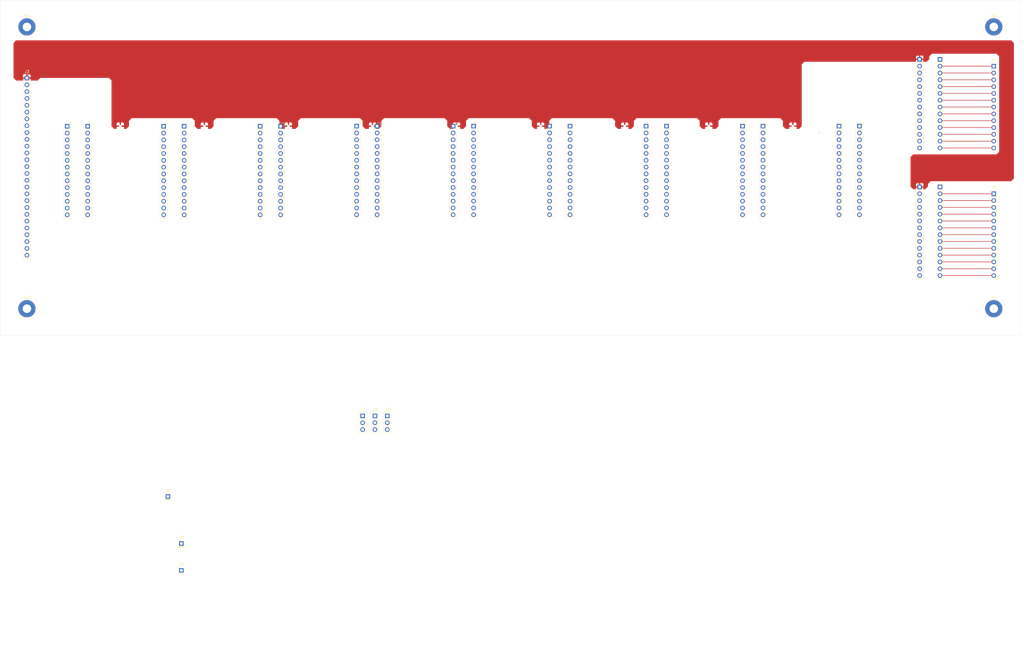
<source format=kicad_pcb>
(kicad_pcb (version 20241229) (generator "pcbnew") (generator_version "9.0")
  (layers (0 "F.Cu" signal) (2 "B.Cu" signal) (13 "F.Paste" user) (15 "B.Paste" user) (5 "F.SilkS" user "F.Silkscreen") (7 "B.SilkS" user "B.Silkscreen") (1 "F.Mask" user) (3 "B.Mask" user) (25 "Edge.Cuts" user))
  (net 0 "")
  (net 1 "Net-(U1-outPhase[1])")
  (net 2 "/FCW_16")
  (net 3 "/FCW_0")
  (net 4 "+3V3")
  (net 5 "/FCW_1")
  (net 6 "Net-(U1-outIsNeg)")
  (net 7 "/FCW_19")
  (net 8 "/FCW_11")
  (net 9 "/FCW_5")
  (net 10 "/FCW_7")
  (net 11 "/FCW_15")
  (net 12 "/FCW_6")
  (net 13 "Net-(U1-vld)")
  (net 14 "/FCW_4")
  (net 15 "Net-(U1-outPhase[0])")
  (net 16 "/FCW_13")
  (net 17 "/clk")
  (net 18 "/FCW_3")
  (net 19 "/FCW_8")
  (net 20 "/FCW_10")
  (net 21 "/FCW_18")
  (net 22 "/FCW_12")
  (net 23 "/FCW_17")
  (net 24 "GND")
  (net 25 "/FCW_9")
  (net 26 "/en")
  (net 27 "/FCW_2")
  (net 28 "/FCW_14")
  (net 29 "Net-(U2-outPhase[1])")
  (net 30 "Net-(U2-outX[0])")
  (net 31 "Net-(U2-outIsNeg)")
  (net 32 "Net-(U2-outX[1])")
  (net 33 "Net-(U2-vld)")
  (net 34 "Net-(U2-outY[1])")
  (net 35 "Net-(U2-outY[0])")
  (net 36 "Net-(U2-outPhase[0])")
  (net 37 "Net-(U3-outIsNeg)")
  (net 38 "Net-(U3-outX[1])")
  (net 39 "Net-(U3-vld)")
  (net 40 "Net-(U3-outPhase[0])")
  (net 41 "Net-(U3-outY[0])")
  (net 42 "Net-(U3-outY[1])")
  (net 43 "Net-(U3-outX[0])")
  (net 44 "Net-(U3-outPhase[1])")
  (net 45 "Net-(U4-outX[1])")
  (net 46 "Net-(U4-outX[0])")
  (net 47 "Net-(U4-vld)")
  (net 48 "Net-(U4-outPhase[1])")
  (net 49 "Net-(U4-outIsNeg)")
  (net 50 "Net-(U4-outY[0])")
  (net 51 "Net-(U4-outPhase[0])")
  (net 52 "Net-(U4-outY[1])")
  (net 53 "Net-(U5-vld)")
  (net 54 "Net-(U5-outY[0])")
  (net 55 "Net-(U5-outY[1])")
  (net 56 "Net-(U5-outIsNeg)")
  (net 57 "Net-(U5-outPhase[1])")
  (net 58 "Net-(U5-outX[0])")
  (net 59 "Net-(U5-outX[1])")
  (net 60 "Net-(U5-outPhase[0])")
  (net 61 "Net-(U6-outPhase[1])")
  (net 62 "Net-(U6-outY[1])")
  (net 63 "Net-(U6-outY[0])")
  (net 64 "Net-(U6-vld)")
  (net 65 "Net-(U6-outX[0])")
  (net 66 "Net-(U6-outX[1])")
  (net 67 "Net-(U6-outPhase[0])")
  (net 68 "Net-(U6-outIsNeg)")
  (net 69 "Net-(U7-outY[0])")
  (net 70 "Net-(U7-outY[1])")
  (net 71 "Net-(U7-outPhase[0])")
  (net 72 "Net-(U7-outPhase[1])")
  (net 73 "Net-(U7-outX[1])")
  (net 74 "Net-(U7-vld)")
  (net 75 "Net-(U7-outX[0])")
  (net 76 "Net-(U7-outIsNeg)")
  (net 77 "Net-(U8-outPhase[0])")
  (net 78 "Net-(U8-outY[0])")
  (net 79 "Net-(U8-outIsNeg)")
  (net 80 "Net-(U8-outPhase[1])")
  (net 81 "Net-(U8-outX[1])")
  (net 82 "Net-(U8-outX[0])")
  (net 83 "Net-(U8-vld)")
  (net 84 "Net-(U8-outY[1])")
  (net 85 "Net-(U10-inIsNeg)")
  (net 86 "Net-(U10-inX[0])")
  (net 87 "Net-(U10-inX[1])")
  (net 88 "Net-(U10-rdy)")
  (net 91 "Net-(U10-inY[1])")
  (net 92 "Net-(U10-inY[0])")
  (net 93 "/selXY_0")
  (net 94 "/data0_8")
  (net 95 "/selSign")
  (net 96 "/data0_3")
  (net 97 "/data0_5")
  (net 98 "/vld0")
  (net 99 "/data0_9")
  (net 100 "/data0_6")
  (net 101 "/data0_1")
  (net 102 "/data0_2")
  (net 103 "/data0_4")
  (net 104 "/data0_0")
  (net 105 "/data0_7")
  (net 106 "/data0_11")
  (net 107 "/data0_10")
  (net 108 "/data1_3")
  (net 109 "/data1_1")
  (net 110 "/data1_7")
  (net 111 "/data1_11")
  (net 112 "/data1_6")
  (net 113 "/vld1")
  (net 114 "/data1_10")
  (net 115 "/data1_8")
  (net 116 "/data1_0")
  (net 117 "/data1_2")
  (net 118 "/selXY_1")
  (net 119 "/data1_9")
  (net 120 "/data1_5")
  (net 121 "/data1_4")
  (footprint "MountingHole:MountingHole_3.2mm_M3_Pad" (layer "F.Cu") (at 10 -10)
    (property "Reference" "H2")
    (property "Value" "MountingHole_Pad")
  )
  (footprint "Connector_PinHeader_2.54mm:PinHeader_1x03_P2.54mm_Vertical" (layer "F.Cu") (at 139.59 29.96)
    (property "Reference" "J8")
    (property "Value" "Conn_01x03_Socket")
  )
  (footprint "user_socket28_2p54:user_socket28_2p54" (layer "F.Cu") (at 134.5175 -79.82)
    (property "Reference" "U4" (hide yes))
    (property "Value" "cordic_element" (hide yes))
  )
  (footprint "user_socket28_2p54:user_socket28_2p54" (layer "F.Cu") (at 26.75 -79.78)
    (property "Reference" "U1" (hide yes))
    (property "Value" "phase_accumulator" (hide yes))
  )
  (footprint "Connector_PinHeader_2.54mm:PinHeader_1x01_P2.54mm_Vertical" (layer "F.Cu") (at 62.5 60)
    (property "Reference" "J4")
    (property "Value" "Conn_01x01_Socket")
  )
  (footprint "Connector_PinHeader_2.54mm:PinHeader_1x27_P2.54mm_Vertical" (layer "F.Cu") (at 10 -95.96)
    (property "Reference" "J3")
    (property "Value" "Conn_01x27_Socket")
  )
  (footprint "user_socket28_2p54:user_socket28_2p54" (layer "F.Cu") (at 314.13 -79.82)
    (property "Reference" "U9" (hide yes))
    (property "Value" "cordic_element" (hide yes))
  )
  (footprint "Connector_PinHeader_2.54mm:PinHeader_1x01_P2.54mm_Vertical" (layer "F.Cu") (at 67.5 87.5)
    (property "Reference" "J6")
    (property "Value" "Conn_01x01_Socket")
  )
  (footprint "user_socket28_2p54:user_socket28_2p54" (layer "F.Cu") (at 344.13 -57.17)
    (property "Reference" "U11" (hide yes))
    (property "Value" "output_terminal" (hide yes))
  )
  (footprint "user_socket28_2p54:user_socket28_2p54" (layer "F.Cu") (at 170.44 -79.82)
    (property "Reference" "U5" (hide yes))
    (property "Value" "cordic_element" (hide yes))
  )
  (footprint "Connector_PinHeader_2.54mm:PinHeader_1x13_P2.54mm_Vertical" (layer "F.Cu") (at 370 -100.36)
    (property "Reference" "J1")
    (property "Value" "Conn_01x13_Socket")
  )
  (footprint "user_socket28_2p54:user_socket28_2p54" (layer "F.Cu") (at 62.6725 -79.78)
    (property "Reference" "U2" (hide yes))
    (property "Value" "cordic_element" (hide yes))
  )
  (footprint "user_socket28_2p54:user_socket28_2p54" (layer "F.Cu") (at 206.3625 -79.82)
    (property "Reference" "U6" (hide yes))
    (property "Value" "cordic_element" (hide yes))
  )
  (footprint "MountingHole:MountingHole_3.2mm_M3_Pad" (layer "F.Cu") (at 370 -115)
    (property "Reference" "H3")
    (property "Value" "MountingHole_Pad")
  )
  (footprint "MountingHole:MountingHole_3.2mm_M3_Pad" (layer "F.Cu") (at 10 -115)
    (property "Reference" "H1")
    (property "Value" "MountingHole_Pad")
  )
  (footprint "Connector_PinHeader_2.54mm:PinHeader_1x01_P2.54mm_Vertical" (layer "F.Cu") (at 67.5 77.5)
    (property "Reference" "J5")
    (property "Value" "Conn_01x01_Socket")
  )
  (footprint "user_socket28_2p54:user_socket28_2p54" (layer "F.Cu") (at 98.595 -79.78)
    (property "Reference" "U3" (hide yes))
    (property "Value" "cordic_element" (hide yes))
  )
  (footprint "MountingHole:MountingHole_3.2mm_M3_Pad" (layer "F.Cu") (at 370 -10)
    (property "Reference" "H4")
    (property "Value" "MountingHole_Pad")
  )
  (footprint "user_socket28_2p54:user_socket28_2p54" (layer "F.Cu") (at 242.285 -79.82)
    (property "Reference" "U7" (hide yes))
    (property "Value" "cordic_element" (hide yes))
  )
  (footprint "Connector_PinHeader_2.54mm:PinHeader_1x13_P2.54mm_Vertical" (layer "F.Cu") (at 370 -52.82)
    (property "Reference" "J2")
    (property "Value" "Conn_01x13_Socket")
  )
  (footprint "user_socket28_2p54:user_socket28_2p54" (layer "F.Cu") (at 344.13 -104.71)
    (property "Reference" "U10" (hide yes))
    (property "Value" "output_terminal" (hide yes))
  )
  (footprint "Connector_PinHeader_2.54mm:PinHeader_1x03_P2.54mm_Vertical" (layer "F.Cu") (at 135 29.96)
    (property "Reference" "J7")
    (property "Value" "Conn_01x03_Socket")
  )
  (footprint "Connector_PinHeader_2.54mm:PinHeader_1x03_P2.54mm_Vertical" (layer "F.Cu") (at 144.18 29.96)
    (property "Reference" "J9")
    (property "Value" "Conn_01x03_Socket")
  )
  (footprint "user_socket28_2p54:user_socket28_2p54" (layer "F.Cu") (at 278.2075 -79.82)
    (property "Reference" "U8" (hide yes))
    (property "Value" "cordic_element" (hide yes))
  )
  (gr_rect (start 0 -125) (end 380 0) (stroke (width 0.05)) (fill no) (layer "Edge.Cuts"))
  (segment (start 305 -75.48) (end 305.02 -75.5) (width 0.2) (layer "F.Cu") (net 88))
  (segment (start 369.99 -90.21) (end 370 -90.2) (width 0.2) (layer "F.Cu") (net 94))
  (segment (start 350 -90.21) (end 369.99 -90.21) (width 0.2) (layer "F.Cu") (net 94))
  (segment (start 350 -77.51) (end 369.99 -77.51) (width 0.2) (layer "F.Cu") (net 96))
  (segment (start 369.99 -77.51) (end 370 -77.5) (width 0.2) (layer "F.Cu") (net 96))
  (segment (start 369.99 -82.59) (end 370 -82.58) (width 0.2) (layer "F.Cu") (net 97))
  (segment (start 350 -82.59) (end 369.99 -82.59) (width 0.2) (layer "F.Cu") (net 97))
  (segment (start 350 -100.37) (end 369.99 -100.37) (width 0.2) (layer "F.Cu") (net 98))
  (segment (start 369.99 -100.37) (end 370 -100.36) (width 0.2) (layer "F.Cu") (net 98))
  (segment (start 369.99 -92.75) (end 370 -92.74) (width 0.2) (layer "F.Cu") (net 99))
  (segment (start 350 -92.75) (end 369.99 -92.75) (width 0.2) (layer "F.Cu") (net 99))
  (segment (start 369.99 -85.13) (end 370 -85.12) (width 0.2) (layer "F.Cu") (net 100))
  (segment (start 350 -85.13) (end 369.99 -85.13) (width 0.2) (layer "F.Cu") (net 100))
  (segment (start 350 -72.43) (end 369.99 -72.43) (width 0.2) (layer "F.Cu") (net 101))
  (segment (start 369.99 -72.43) (end 370 -72.42) (width 0.2) (layer "F.Cu") (net 101))
  (segment (start 350 -74.97) (end 369.99 -74.97) (width 0.2) (layer "F.Cu") (net 102))
  (segment (start 369.99 -74.97) (end 370 -74.96) (width 0.2) (layer "F.Cu") (net 102))
  (segment (start 350 -80.05) (end 369.99 -80.05) (width 0.2) (layer "F.Cu") (net 103))
  (segment (start 369.99 -80.05) (end 370 -80.04) (width 0.2) (layer "F.Cu") (net 103))
  (segment (start 369.99 -69.89) (end 370 -69.88) (width 0.2) (layer "F.Cu") (net 104))
  (segment (start 350 -69.89) (end 369.99 -69.89) (width 0.2) (layer "F.Cu") (net 104))
  (segment (start 350 -87.67) (end 369.99 -87.67) (width 0.2) (layer "F.Cu") (net 105))
  (segment (start 369.99 -87.67) (end 370 -87.66) (width 0.2) (layer "F.Cu") (net 105))
  (segment (start 350 -97.83) (end 369.99 -97.83) (width 0.2) (layer "F.Cu") (net 106))
  (segment (start 369.99 -97.83) (end 370 -97.82) (width 0.2) (layer "F.Cu") (net 106))
  (segment (start 369.99 -95.29) (end 370 -95.28) (width 0.2) (layer "F.Cu") (net 107))
  (segment (start 350 -95.29) (end 369.99 -95.29) (width 0.2) (layer "F.Cu") (net 107))
  (segment (start 369.99 -29.97) (end 370 -29.96) (width 0.2) (layer "F.Cu") (net 108))
  (segment (start 350 -29.97) (end 369.99 -29.97) (width 0.2) (layer "F.Cu") (net 108))
  (segment (start 350 -24.89) (end 369.99 -24.89) (width 0.2) (layer "F.Cu") (net 109))
  (segment (start 369.99 -24.89) (end 370 -24.88) (width 0.2) (layer "F.Cu") (net 109))
  (segment (start 350 -40.13) (end 369.99 -40.13) (width 0.2) (layer "F.Cu") (net 110))
  (segment (start 369.99 -40.13) (end 370 -40.12) (width 0.2) (layer "F.Cu") (net 110))
  (segment (start 350 -50.29) (end 369.99 -50.29) (width 0.2) (layer "F.Cu") (net 111))
  (segment (start 369.99 -50.29) (end 370 -50.28) (width 0.2) (layer "F.Cu") (net 111))
  (segment (start 369.99 -37.59) (end 370 -37.58) (width 0.2) (layer "F.Cu") (net 112))
  (segment (start 350 -37.59) (end 369.99 -37.59) (width 0.2) (layer "F.Cu") (net 112))
  (segment (start 369.99 -52.83) (end 370 -52.82) (width 0.2) (layer "F.Cu") (net 113))
  (segment (start 350 -52.83) (end 369.99 -52.83) (width 0.2) (layer "F.Cu") (net 113))
  (segment (start 369.99 -47.75) (end 370 -47.74) (width 0.2) (layer "F.Cu") (net 114))
  (segment (start 350 -47.75) (end 369.99 -47.75) (width 0.2) (layer "F.Cu") (net 114))
  (segment (start 350 -42.67) (end 369.99 -42.67) (width 0.2) (layer "F.Cu") (net 115))
  (segment (start 369.99 -42.67) (end 370 -42.66) (width 0.2) (layer "F.Cu") (net 115))
  (segment (start 350 -22.35) (end 369.99 -22.35) (width 0.2) (layer "F.Cu") (net 116))
  (segment (start 369.99 -22.35) (end 370 -22.34) (width 0.2) (layer "F.Cu") (net 116))
  (segment (start 350 -27.43) (end 369.99 -27.43) (width 0.2) (layer "F.Cu") (net 117))
  (segment (start 369.99 -27.43) (end 370 -27.42) (width 0.2) (layer "F.Cu") (net 117))
  (segment (start 369.99 -45.21) (end 370 -45.2) (width 0.2) (layer "F.Cu") (net 119))
  (segment (start 350 -45.21) (end 369.99 -45.21) (width 0.2) (layer "F.Cu") (net 119))
  (segment (start 369.99 -35.05) (end 370 -35.04) (width 0.2) (layer "F.Cu") (net 120))
  (segment (start 350 -35.05) (end 369.99 -35.05) (width 0.2) (layer "F.Cu") (net 120))
  (segment (start 350 -32.51) (end 369.99 -32.51) (width 0.2) (layer "F.Cu") (net 121))
  (segment (start 369.99 -32.51) (end 370 -32.5) (width 0.2) (layer "F.Cu") (net 121))
  (zone (net 4) (net_name "+3V3") (layer "F.Cu") (priority 1) (connect_pads (clearance 0.5)) (min_thickness 0.25) (fill yes (thermal_gap 0.5) (thermal_bridge_width 0.5))
    (polygon (pts (xy 5 -96) (xy 6 -95) (xy 14 -95) (xy 15 -96) (xy 40.5 -96) (xy 41.5 -95) (xy 41.5 -78) (xy 42.5 -77) (xy 47 -77) (xy 48 -78) (xy 48 -80) (xy 49 -81) (xy 71.5 -81) (xy 72.5 -80) (xy 72.5 -78) (xy 73.5 -77) (xy 78.5 -77) (xy 79.5 -78) (xy 79.5 -80) (xy 80.5 -81) (xy 103 -81) (xy 104 -80) (xy 104 -78) (xy 105 -77) (xy 110 -77) (xy 111 -78) (xy 111 -80) (xy 112 -81) (xy 134 -81) (xy 135 -80) (xy 135 -78) (xy 136 -77) (xy 141 -77) (xy 142 -78) (xy 142 -80) (xy 143 -81) (xy 165.5 -81) (xy 166.5 -80) (xy 166.5 -78) (xy 167.5 -77) (xy 172.5 -77) (xy 173.5 -78) (xy 173.5 -80) (xy 174.5 -81) (xy 197 -81) (xy 198 -80) (xy 198 -78) (xy 199 -77) (xy 203.5 -77) (xy 204.5 -78) (xy 204.5 -80) (xy 205.5 -81) (xy 228 -81) (xy 229 -80) (xy 229 -78) (xy 230 -77) (xy 235 -77) (xy 236 -78) (xy 236 -80) (xy 237 -81) (xy 259.5 -81) (xy 260.5 -80) (xy 260.5 -78) (xy 261.5 -77) (xy 266.5 -77) (xy 267.5 -78) (xy 267.5 -80) (xy 268.5 -81) (xy 290.5 -81) (xy 291.5 -80) (xy 291.5 -78) (xy 292.5 -77) (xy 297.5 -77) (xy 298.5 -78) (xy 298.5 -101) (xy 299.5 -102) (xy 345 -102) (xy 346 -103) (xy 346 -104) (xy 347 -105) (xy 371 -105) (xy 372 -104) (xy 372 -68.5) (xy 371 -67.5) (xy 340 -67.5) (xy 339 -66.5) (xy 339 -55.5) (xy 340 -54.5) (xy 344.5 -54.5) (xy 345.5 -55.5) (xy 345.5 -56.5) (xy 346.5 -57.5) (xy 376.5 -57.5) (xy 377.5 -58.5) (xy 377.5 -109) (xy 376.5 -110) (xy 6 -110) (xy 5 -109)))
  )
)
</source>
